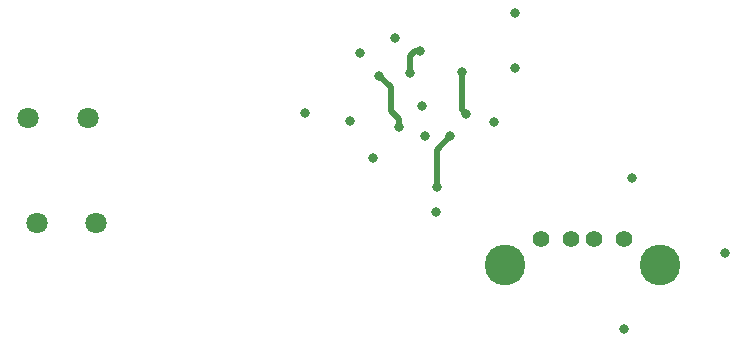
<source format=gbl>
G04 #@! TF.GenerationSoftware,KiCad,Pcbnew,7.0.10*
G04 #@! TF.CreationDate,2024-02-24T17:00:32-05:00*
G04 #@! TF.ProjectId,main_buck_board,6d61696e-5f62-4756-936b-5f626f617264,rev?*
G04 #@! TF.SameCoordinates,Original*
G04 #@! TF.FileFunction,Copper,L4,Bot*
G04 #@! TF.FilePolarity,Positive*
%FSLAX46Y46*%
G04 Gerber Fmt 4.6, Leading zero omitted, Abs format (unit mm)*
G04 Created by KiCad (PCBNEW 7.0.10) date 2024-02-24 17:00:32*
%MOMM*%
%LPD*%
G01*
G04 APERTURE LIST*
G04 #@! TA.AperFunction,ComponentPad*
%ADD10C,1.803400*%
G04 #@! TD*
G04 #@! TA.AperFunction,ComponentPad*
%ADD11C,1.400000*%
G04 #@! TD*
G04 #@! TA.AperFunction,ComponentPad*
%ADD12C,3.450000*%
G04 #@! TD*
G04 #@! TA.AperFunction,ViaPad*
%ADD13C,0.800000*%
G04 #@! TD*
G04 #@! TA.AperFunction,Conductor*
%ADD14C,0.500000*%
G04 #@! TD*
G04 #@! TA.AperFunction,Conductor*
%ADD15C,0.250000*%
G04 #@! TD*
G04 APERTURE END LIST*
D10*
X152525100Y-114935000D03*
X147525100Y-114935000D03*
X151765000Y-106045000D03*
X146765000Y-106045000D03*
D11*
X190175000Y-116325000D03*
X192675000Y-116325000D03*
X194675000Y-116325000D03*
X197175000Y-116325000D03*
D12*
X187105000Y-118525000D03*
X200245000Y-118525000D03*
D13*
X187960000Y-101854000D03*
X177774600Y-99288600D03*
X180047499Y-105029000D03*
X197840000Y-111125000D03*
X186207400Y-106400600D03*
X197175000Y-123945000D03*
X205740000Y-117475000D03*
X170180000Y-105664000D03*
X175895000Y-109474000D03*
X181305200Y-114046000D03*
X173990000Y-106299000D03*
X180314600Y-107594400D03*
X174828200Y-100584000D03*
X187960000Y-97155000D03*
X179882800Y-100380800D03*
X179041101Y-102263899D03*
X176471208Y-102474418D03*
X178130200Y-106832400D03*
X183792498Y-105725002D03*
X183479144Y-102208244D03*
X182448200Y-107619800D03*
X181330600Y-111912400D03*
D14*
X179451000Y-100380800D02*
X179882800Y-100380800D01*
X179041101Y-100790699D02*
X179451000Y-100380800D01*
X179041101Y-102263899D02*
X179070000Y-102235000D01*
X179041101Y-100790699D02*
X179041101Y-102263899D01*
X178145872Y-106816728D02*
X178130200Y-106832400D01*
X176471208Y-102474418D02*
X177469800Y-103473010D01*
X177469800Y-103473010D02*
X177469800Y-105486200D01*
X178145872Y-106162272D02*
X178145872Y-106816728D01*
X177469800Y-105486200D02*
X178145872Y-106162272D01*
X181330600Y-108737400D02*
X181330600Y-111912400D01*
D15*
X183482153Y-105414657D02*
X183792498Y-105725002D01*
D14*
X182448200Y-107619800D02*
X181330600Y-108737400D01*
D15*
X183482153Y-105377153D02*
X183482153Y-105414657D01*
D14*
X183482153Y-102211253D02*
X183482153Y-105377153D01*
D15*
X183479144Y-102208244D02*
X183482153Y-102211253D01*
D14*
X182448200Y-107619800D02*
X182499000Y-107670600D01*
M02*

</source>
